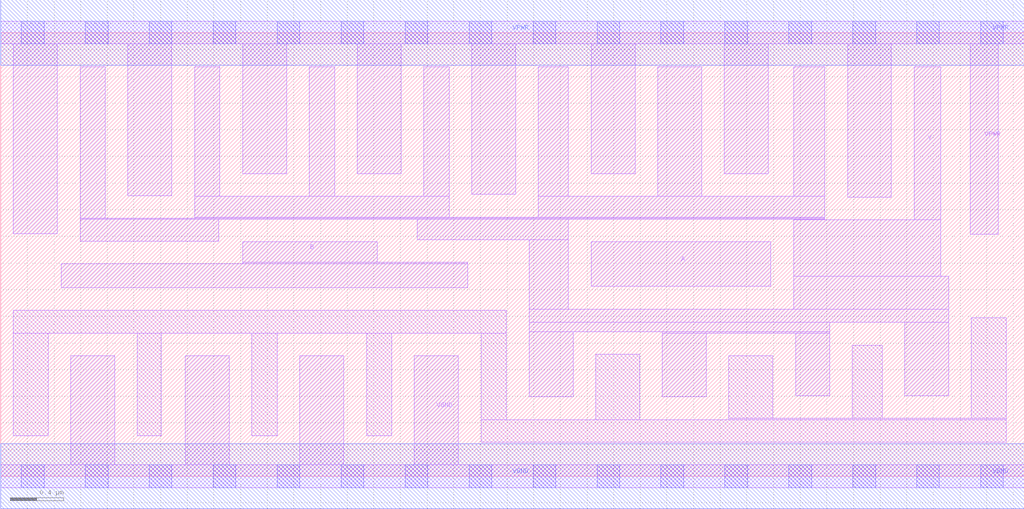
<source format=lef>
# Copyright 2020 The SkyWater PDK Authors
#
# Licensed under the Apache License, Version 2.0 (the "License");
# you may not use this file except in compliance with the License.
# You may obtain a copy of the License at
#
#     https://www.apache.org/licenses/LICENSE-2.0
#
# Unless required by applicable law or agreed to in writing, software
# distributed under the License is distributed on an "AS IS" BASIS,
# WITHOUT WARRANTIES OR CONDITIONS OF ANY KIND, either express or implied.
# See the License for the specific language governing permissions and
# limitations under the License.
#
# SPDX-License-Identifier: Apache-2.0

VERSION 5.7 ;
  NAMESCASESENSITIVE ON ;
  NOWIREEXTENSIONATPIN ON ;
  DIVIDERCHAR "/" ;
  BUSBITCHARS "[]" ;
UNITS
  DATABASE MICRONS 200 ;
END UNITS
MACRO sky130_fd_sc_lp__nand2_8
  CLASS CORE ;
  SOURCE USER ;
  FOREIGN sky130_fd_sc_lp__nand2_8 ;
  ORIGIN  0.000000  0.000000 ;
  SIZE  7.680000 BY  3.330000 ;
  SYMMETRY X Y R90 ;
  SITE unit ;
  PIN A
    ANTENNAGATEAREA  2.520000 ;
    DIRECTION INPUT ;
    USE SIGNAL ;
    PORT
      LAYER li1 ;
        RECT 4.430000 1.425000 5.780000 1.760000 ;
    END
  END A
  PIN B
    ANTENNAGATEAREA  2.520000 ;
    DIRECTION INPUT ;
    USE SIGNAL ;
    PORT
      LAYER li1 ;
        RECT 0.455000 1.415000 3.505000 1.595000 ;
        RECT 1.815000 1.595000 3.505000 1.605000 ;
        RECT 1.815000 1.605000 2.825000 1.760000 ;
    END
  END B
  PIN Y
    ANTENNADIFFAREA  3.973200 ;
    DIRECTION OUTPUT ;
    USE SIGNAL ;
    PORT
      LAYER li1 ;
        RECT 0.595000 1.765000 1.635000 1.930000 ;
        RECT 0.595000 1.930000 6.185000 1.935000 ;
        RECT 0.595000 1.935000 0.785000 3.075000 ;
        RECT 1.455000 1.935000 6.185000 1.945000 ;
        RECT 1.455000 1.945000 3.365000 2.100000 ;
        RECT 1.455000 2.100000 1.645000 3.075000 ;
        RECT 2.315000 2.100000 2.505000 3.075000 ;
        RECT 3.125000 1.775000 4.260000 1.930000 ;
        RECT 3.175000 2.100000 3.365000 3.075000 ;
        RECT 3.965000 0.595000 4.295000 1.085000 ;
        RECT 3.965000 1.085000 6.220000 1.155000 ;
        RECT 3.965000 1.155000 7.115000 1.255000 ;
        RECT 3.965000 1.255000 4.260000 1.775000 ;
        RECT 4.035000 1.945000 6.185000 2.100000 ;
        RECT 4.035000 2.100000 4.260000 3.075000 ;
        RECT 4.930000 2.100000 5.260000 3.075000 ;
        RECT 4.965000 0.595000 5.295000 1.075000 ;
        RECT 4.965000 1.075000 6.220000 1.085000 ;
        RECT 5.950000 1.255000 7.115000 1.500000 ;
        RECT 5.950000 1.500000 7.055000 1.925000 ;
        RECT 5.950000 1.925000 6.185000 1.930000 ;
        RECT 5.950000 2.100000 6.185000 3.075000 ;
        RECT 5.965000 0.605000 6.220000 1.075000 ;
        RECT 6.785000 0.605000 7.115000 1.155000 ;
        RECT 6.855000 1.925000 7.055000 3.075000 ;
    END
  END Y
  PIN VGND
    DIRECTION INOUT ;
    USE GROUND ;
    PORT
      LAYER li1 ;
        RECT 0.000000 -0.085000 7.680000 0.085000 ;
        RECT 0.525000  0.085000 0.855000 0.905000 ;
        RECT 1.385000  0.085000 1.715000 0.905000 ;
        RECT 2.245000  0.085000 2.575000 0.905000 ;
        RECT 3.105000  0.085000 3.435000 0.905000 ;
      LAYER mcon ;
        RECT 0.155000 -0.085000 0.325000 0.085000 ;
        RECT 0.635000 -0.085000 0.805000 0.085000 ;
        RECT 1.115000 -0.085000 1.285000 0.085000 ;
        RECT 1.595000 -0.085000 1.765000 0.085000 ;
        RECT 2.075000 -0.085000 2.245000 0.085000 ;
        RECT 2.555000 -0.085000 2.725000 0.085000 ;
        RECT 3.035000 -0.085000 3.205000 0.085000 ;
        RECT 3.515000 -0.085000 3.685000 0.085000 ;
        RECT 3.995000 -0.085000 4.165000 0.085000 ;
        RECT 4.475000 -0.085000 4.645000 0.085000 ;
        RECT 4.955000 -0.085000 5.125000 0.085000 ;
        RECT 5.435000 -0.085000 5.605000 0.085000 ;
        RECT 5.915000 -0.085000 6.085000 0.085000 ;
        RECT 6.395000 -0.085000 6.565000 0.085000 ;
        RECT 6.875000 -0.085000 7.045000 0.085000 ;
        RECT 7.355000 -0.085000 7.525000 0.085000 ;
      LAYER met1 ;
        RECT 0.000000 -0.245000 7.680000 0.245000 ;
    END
  END VGND
  PIN VPWR
    DIRECTION INOUT ;
    USE POWER ;
    PORT
      LAYER li1 ;
        RECT 0.000000 3.245000 7.680000 3.415000 ;
        RECT 0.095000 1.820000 0.425000 3.245000 ;
        RECT 0.955000 2.105000 1.285000 3.245000 ;
        RECT 1.815000 2.270000 2.145000 3.245000 ;
        RECT 2.675000 2.270000 3.005000 3.245000 ;
        RECT 3.535000 2.115000 3.865000 3.245000 ;
        RECT 4.430000 2.270000 4.760000 3.245000 ;
        RECT 5.430000 2.270000 5.760000 3.245000 ;
        RECT 6.355000 2.095000 6.685000 3.245000 ;
        RECT 7.275000 1.815000 7.485000 3.245000 ;
      LAYER mcon ;
        RECT 0.155000 3.245000 0.325000 3.415000 ;
        RECT 0.635000 3.245000 0.805000 3.415000 ;
        RECT 1.115000 3.245000 1.285000 3.415000 ;
        RECT 1.595000 3.245000 1.765000 3.415000 ;
        RECT 2.075000 3.245000 2.245000 3.415000 ;
        RECT 2.555000 3.245000 2.725000 3.415000 ;
        RECT 3.035000 3.245000 3.205000 3.415000 ;
        RECT 3.515000 3.245000 3.685000 3.415000 ;
        RECT 3.995000 3.245000 4.165000 3.415000 ;
        RECT 4.475000 3.245000 4.645000 3.415000 ;
        RECT 4.955000 3.245000 5.125000 3.415000 ;
        RECT 5.435000 3.245000 5.605000 3.415000 ;
        RECT 5.915000 3.245000 6.085000 3.415000 ;
        RECT 6.395000 3.245000 6.565000 3.415000 ;
        RECT 6.875000 3.245000 7.045000 3.415000 ;
        RECT 7.355000 3.245000 7.525000 3.415000 ;
      LAYER met1 ;
        RECT 0.000000 3.085000 7.680000 3.575000 ;
    END
  END VPWR
  OBS
    LAYER li1 ;
      RECT 0.095000 0.305000 0.355000 1.075000 ;
      RECT 0.095000 1.075000 3.795000 1.245000 ;
      RECT 1.025000 0.305000 1.205000 1.075000 ;
      RECT 1.885000 0.305000 2.075000 1.075000 ;
      RECT 2.745000 0.305000 2.935000 1.075000 ;
      RECT 3.605000 0.255000 7.545000 0.425000 ;
      RECT 3.605000 0.425000 3.795000 1.075000 ;
      RECT 4.465000 0.425000 4.795000 0.915000 ;
      RECT 5.465000 0.425000 7.545000 0.435000 ;
      RECT 5.465000 0.435000 5.795000 0.905000 ;
      RECT 6.390000 0.435000 6.615000 0.985000 ;
      RECT 7.285000 0.435000 7.545000 1.190000 ;
  END
END sky130_fd_sc_lp__nand2_8

</source>
